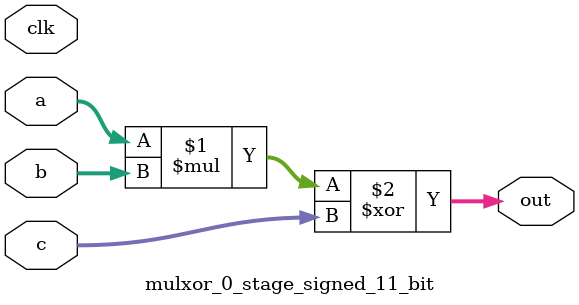
<source format=sv>
(* use_dsp = "yes" *) module mulxor_0_stage_signed_11_bit(
	input signed [10:0] a,
	input signed [10:0] b,
	input signed [10:0] c,
	output [10:0] out,
	input clk);

	assign out = (a * b) ^ c;
endmodule

</source>
